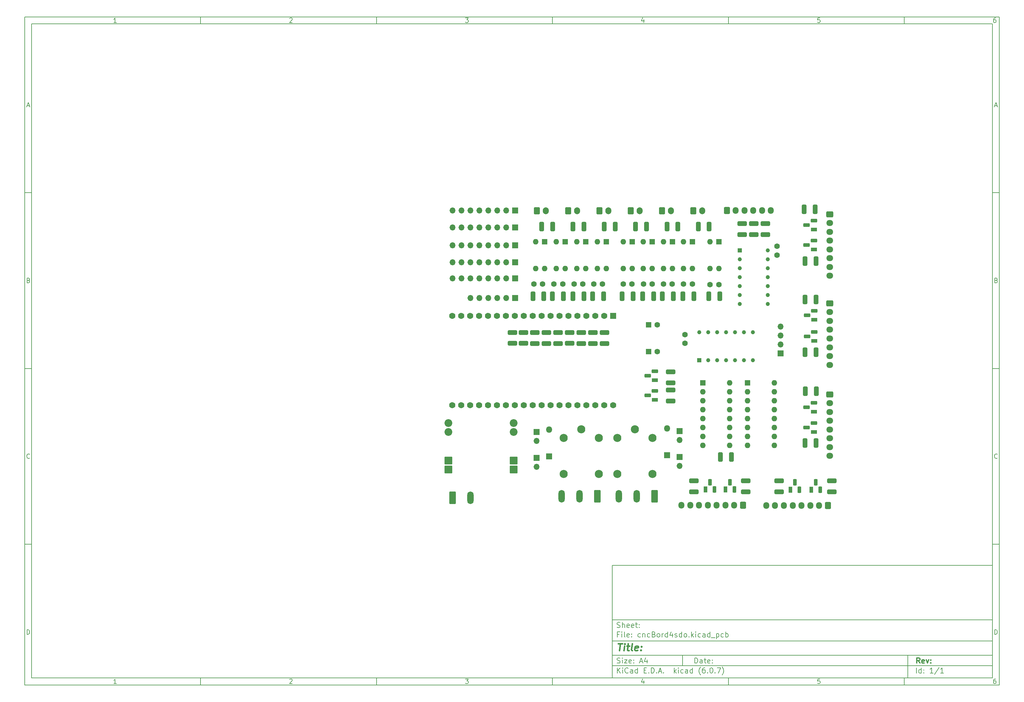
<source format=gts>
G04 #@! TF.GenerationSoftware,KiCad,Pcbnew,(6.0.7)*
G04 #@! TF.CreationDate,2022-11-13T23:24:52+01:00*
G04 #@! TF.ProjectId,cncBord4sdo,636e6342-6f72-4643-9473-646f2e6b6963,rev?*
G04 #@! TF.SameCoordinates,Original*
G04 #@! TF.FileFunction,Soldermask,Top*
G04 #@! TF.FilePolarity,Negative*
%FSLAX46Y46*%
G04 Gerber Fmt 4.6, Leading zero omitted, Abs format (unit mm)*
G04 Created by KiCad (PCBNEW (6.0.7)) date 2022-11-13 23:24:52*
%MOMM*%
%LPD*%
G01*
G04 APERTURE LIST*
G04 Aperture macros list*
%AMRoundRect*
0 Rectangle with rounded corners*
0 $1 Rounding radius*
0 $2 $3 $4 $5 $6 $7 $8 $9 X,Y pos of 4 corners*
0 Add a 4 corners polygon primitive as box body*
4,1,4,$2,$3,$4,$5,$6,$7,$8,$9,$2,$3,0*
0 Add four circle primitives for the rounded corners*
1,1,$1+$1,$2,$3*
1,1,$1+$1,$4,$5*
1,1,$1+$1,$6,$7*
1,1,$1+$1,$8,$9*
0 Add four rect primitives between the rounded corners*
20,1,$1+$1,$2,$3,$4,$5,0*
20,1,$1+$1,$4,$5,$6,$7,0*
20,1,$1+$1,$6,$7,$8,$9,0*
20,1,$1+$1,$8,$9,$2,$3,0*%
G04 Aperture macros list end*
%ADD10C,0.100000*%
%ADD11C,0.150000*%
%ADD12C,0.300000*%
%ADD13C,0.400000*%
%ADD14RoundRect,0.101600X-1.000000X-1.000000X1.000000X-1.000000X1.000000X1.000000X-1.000000X1.000000X0*%
%ADD15C,2.203200*%
%ADD16R,1.600000X1.600000*%
%ADD17C,1.600000*%
%ADD18R,1.800000X1.800000*%
%ADD19O,1.800000X1.800000*%
%ADD20RoundRect,0.250000X0.600000X0.725000X-0.600000X0.725000X-0.600000X-0.725000X0.600000X-0.725000X0*%
%ADD21O,1.700000X1.950000*%
%ADD22RoundRect,0.250000X-0.725000X0.600000X-0.725000X-0.600000X0.725000X-0.600000X0.725000X0.600000X0*%
%ADD23O,1.950000X1.700000*%
%ADD24R,1.700000X1.700000*%
%ADD25O,1.700000X1.700000*%
%ADD26RoundRect,0.250000X-0.650000X-1.550000X0.650000X-1.550000X0.650000X1.550000X-0.650000X1.550000X0*%
%ADD27O,1.800000X3.600000*%
%ADD28C,2.303200*%
%ADD29RoundRect,0.250000X0.650000X1.550000X-0.650000X1.550000X-0.650000X-1.550000X0.650000X-1.550000X0*%
%ADD30RoundRect,0.101600X-0.780000X0.780000X-0.780000X-0.780000X0.780000X-0.780000X0.780000X0.780000X0*%
%ADD31C,1.763200*%
%ADD32RoundRect,0.250000X-1.075000X0.400000X-1.075000X-0.400000X1.075000X-0.400000X1.075000X0.400000X0*%
%ADD33RoundRect,0.250000X-0.400000X-1.075000X0.400000X-1.075000X0.400000X1.075000X-0.400000X1.075000X0*%
%ADD34RoundRect,0.250000X1.075000X-0.400000X1.075000X0.400000X-1.075000X0.400000X-1.075000X-0.400000X0*%
%ADD35R,1.800000X1.100000*%
%ADD36RoundRect,0.275000X0.625000X-0.275000X0.625000X0.275000X-0.625000X0.275000X-0.625000X-0.275000X0*%
%ADD37O,1.600000X1.600000*%
%ADD38R,1.100000X1.800000*%
%ADD39RoundRect,0.275000X-0.275000X-0.625000X0.275000X-0.625000X0.275000X0.625000X-0.275000X0.625000X0*%
%ADD40RoundRect,0.250000X0.400000X1.075000X-0.400000X1.075000X-0.400000X-1.075000X0.400000X-1.075000X0*%
%ADD41R,1.170000X1.170000*%
%ADD42C,1.170000*%
%ADD43RoundRect,0.250000X-0.600000X-0.750000X0.600000X-0.750000X0.600000X0.750000X-0.600000X0.750000X0*%
%ADD44O,1.700000X2.000000*%
%ADD45RoundRect,0.250000X-0.600000X-0.725000X0.600000X-0.725000X0.600000X0.725000X-0.600000X0.725000X0*%
G04 APERTURE END LIST*
D10*
D11*
X177002200Y-166007200D02*
X177002200Y-198007200D01*
X285002200Y-198007200D01*
X285002200Y-166007200D01*
X177002200Y-166007200D01*
D10*
D11*
X10000000Y-10000000D02*
X10000000Y-200007200D01*
X287002200Y-200007200D01*
X287002200Y-10000000D01*
X10000000Y-10000000D01*
D10*
D11*
X12000000Y-12000000D02*
X12000000Y-198007200D01*
X285002200Y-198007200D01*
X285002200Y-12000000D01*
X12000000Y-12000000D01*
D10*
D11*
X60000000Y-12000000D02*
X60000000Y-10000000D01*
D10*
D11*
X110000000Y-12000000D02*
X110000000Y-10000000D01*
D10*
D11*
X160000000Y-12000000D02*
X160000000Y-10000000D01*
D10*
D11*
X210000000Y-12000000D02*
X210000000Y-10000000D01*
D10*
D11*
X260000000Y-12000000D02*
X260000000Y-10000000D01*
D10*
D11*
X36065476Y-11588095D02*
X35322619Y-11588095D01*
X35694047Y-11588095D02*
X35694047Y-10288095D01*
X35570238Y-10473809D01*
X35446428Y-10597619D01*
X35322619Y-10659523D01*
D10*
D11*
X85322619Y-10411904D02*
X85384523Y-10350000D01*
X85508333Y-10288095D01*
X85817857Y-10288095D01*
X85941666Y-10350000D01*
X86003571Y-10411904D01*
X86065476Y-10535714D01*
X86065476Y-10659523D01*
X86003571Y-10845238D01*
X85260714Y-11588095D01*
X86065476Y-11588095D01*
D10*
D11*
X135260714Y-10288095D02*
X136065476Y-10288095D01*
X135632142Y-10783333D01*
X135817857Y-10783333D01*
X135941666Y-10845238D01*
X136003571Y-10907142D01*
X136065476Y-11030952D01*
X136065476Y-11340476D01*
X136003571Y-11464285D01*
X135941666Y-11526190D01*
X135817857Y-11588095D01*
X135446428Y-11588095D01*
X135322619Y-11526190D01*
X135260714Y-11464285D01*
D10*
D11*
X185941666Y-10721428D02*
X185941666Y-11588095D01*
X185632142Y-10226190D02*
X185322619Y-11154761D01*
X186127380Y-11154761D01*
D10*
D11*
X236003571Y-10288095D02*
X235384523Y-10288095D01*
X235322619Y-10907142D01*
X235384523Y-10845238D01*
X235508333Y-10783333D01*
X235817857Y-10783333D01*
X235941666Y-10845238D01*
X236003571Y-10907142D01*
X236065476Y-11030952D01*
X236065476Y-11340476D01*
X236003571Y-11464285D01*
X235941666Y-11526190D01*
X235817857Y-11588095D01*
X235508333Y-11588095D01*
X235384523Y-11526190D01*
X235322619Y-11464285D01*
D10*
D11*
X285941666Y-10288095D02*
X285694047Y-10288095D01*
X285570238Y-10350000D01*
X285508333Y-10411904D01*
X285384523Y-10597619D01*
X285322619Y-10845238D01*
X285322619Y-11340476D01*
X285384523Y-11464285D01*
X285446428Y-11526190D01*
X285570238Y-11588095D01*
X285817857Y-11588095D01*
X285941666Y-11526190D01*
X286003571Y-11464285D01*
X286065476Y-11340476D01*
X286065476Y-11030952D01*
X286003571Y-10907142D01*
X285941666Y-10845238D01*
X285817857Y-10783333D01*
X285570238Y-10783333D01*
X285446428Y-10845238D01*
X285384523Y-10907142D01*
X285322619Y-11030952D01*
D10*
D11*
X60000000Y-198007200D02*
X60000000Y-200007200D01*
D10*
D11*
X110000000Y-198007200D02*
X110000000Y-200007200D01*
D10*
D11*
X160000000Y-198007200D02*
X160000000Y-200007200D01*
D10*
D11*
X210000000Y-198007200D02*
X210000000Y-200007200D01*
D10*
D11*
X260000000Y-198007200D02*
X260000000Y-200007200D01*
D10*
D11*
X36065476Y-199595295D02*
X35322619Y-199595295D01*
X35694047Y-199595295D02*
X35694047Y-198295295D01*
X35570238Y-198481009D01*
X35446428Y-198604819D01*
X35322619Y-198666723D01*
D10*
D11*
X85322619Y-198419104D02*
X85384523Y-198357200D01*
X85508333Y-198295295D01*
X85817857Y-198295295D01*
X85941666Y-198357200D01*
X86003571Y-198419104D01*
X86065476Y-198542914D01*
X86065476Y-198666723D01*
X86003571Y-198852438D01*
X85260714Y-199595295D01*
X86065476Y-199595295D01*
D10*
D11*
X135260714Y-198295295D02*
X136065476Y-198295295D01*
X135632142Y-198790533D01*
X135817857Y-198790533D01*
X135941666Y-198852438D01*
X136003571Y-198914342D01*
X136065476Y-199038152D01*
X136065476Y-199347676D01*
X136003571Y-199471485D01*
X135941666Y-199533390D01*
X135817857Y-199595295D01*
X135446428Y-199595295D01*
X135322619Y-199533390D01*
X135260714Y-199471485D01*
D10*
D11*
X185941666Y-198728628D02*
X185941666Y-199595295D01*
X185632142Y-198233390D02*
X185322619Y-199161961D01*
X186127380Y-199161961D01*
D10*
D11*
X236003571Y-198295295D02*
X235384523Y-198295295D01*
X235322619Y-198914342D01*
X235384523Y-198852438D01*
X235508333Y-198790533D01*
X235817857Y-198790533D01*
X235941666Y-198852438D01*
X236003571Y-198914342D01*
X236065476Y-199038152D01*
X236065476Y-199347676D01*
X236003571Y-199471485D01*
X235941666Y-199533390D01*
X235817857Y-199595295D01*
X235508333Y-199595295D01*
X235384523Y-199533390D01*
X235322619Y-199471485D01*
D10*
D11*
X285941666Y-198295295D02*
X285694047Y-198295295D01*
X285570238Y-198357200D01*
X285508333Y-198419104D01*
X285384523Y-198604819D01*
X285322619Y-198852438D01*
X285322619Y-199347676D01*
X285384523Y-199471485D01*
X285446428Y-199533390D01*
X285570238Y-199595295D01*
X285817857Y-199595295D01*
X285941666Y-199533390D01*
X286003571Y-199471485D01*
X286065476Y-199347676D01*
X286065476Y-199038152D01*
X286003571Y-198914342D01*
X285941666Y-198852438D01*
X285817857Y-198790533D01*
X285570238Y-198790533D01*
X285446428Y-198852438D01*
X285384523Y-198914342D01*
X285322619Y-199038152D01*
D10*
D11*
X10000000Y-60000000D02*
X12000000Y-60000000D01*
D10*
D11*
X10000000Y-110000000D02*
X12000000Y-110000000D01*
D10*
D11*
X10000000Y-160000000D02*
X12000000Y-160000000D01*
D10*
D11*
X10690476Y-35216666D02*
X11309523Y-35216666D01*
X10566666Y-35588095D02*
X11000000Y-34288095D01*
X11433333Y-35588095D01*
D10*
D11*
X11092857Y-84907142D02*
X11278571Y-84969047D01*
X11340476Y-85030952D01*
X11402380Y-85154761D01*
X11402380Y-85340476D01*
X11340476Y-85464285D01*
X11278571Y-85526190D01*
X11154761Y-85588095D01*
X10659523Y-85588095D01*
X10659523Y-84288095D01*
X11092857Y-84288095D01*
X11216666Y-84350000D01*
X11278571Y-84411904D01*
X11340476Y-84535714D01*
X11340476Y-84659523D01*
X11278571Y-84783333D01*
X11216666Y-84845238D01*
X11092857Y-84907142D01*
X10659523Y-84907142D01*
D10*
D11*
X11402380Y-135464285D02*
X11340476Y-135526190D01*
X11154761Y-135588095D01*
X11030952Y-135588095D01*
X10845238Y-135526190D01*
X10721428Y-135402380D01*
X10659523Y-135278571D01*
X10597619Y-135030952D01*
X10597619Y-134845238D01*
X10659523Y-134597619D01*
X10721428Y-134473809D01*
X10845238Y-134350000D01*
X11030952Y-134288095D01*
X11154761Y-134288095D01*
X11340476Y-134350000D01*
X11402380Y-134411904D01*
D10*
D11*
X10659523Y-185588095D02*
X10659523Y-184288095D01*
X10969047Y-184288095D01*
X11154761Y-184350000D01*
X11278571Y-184473809D01*
X11340476Y-184597619D01*
X11402380Y-184845238D01*
X11402380Y-185030952D01*
X11340476Y-185278571D01*
X11278571Y-185402380D01*
X11154761Y-185526190D01*
X10969047Y-185588095D01*
X10659523Y-185588095D01*
D10*
D11*
X287002200Y-60000000D02*
X285002200Y-60000000D01*
D10*
D11*
X287002200Y-110000000D02*
X285002200Y-110000000D01*
D10*
D11*
X287002200Y-160000000D02*
X285002200Y-160000000D01*
D10*
D11*
X285692676Y-35216666D02*
X286311723Y-35216666D01*
X285568866Y-35588095D02*
X286002200Y-34288095D01*
X286435533Y-35588095D01*
D10*
D11*
X286095057Y-84907142D02*
X286280771Y-84969047D01*
X286342676Y-85030952D01*
X286404580Y-85154761D01*
X286404580Y-85340476D01*
X286342676Y-85464285D01*
X286280771Y-85526190D01*
X286156961Y-85588095D01*
X285661723Y-85588095D01*
X285661723Y-84288095D01*
X286095057Y-84288095D01*
X286218866Y-84350000D01*
X286280771Y-84411904D01*
X286342676Y-84535714D01*
X286342676Y-84659523D01*
X286280771Y-84783333D01*
X286218866Y-84845238D01*
X286095057Y-84907142D01*
X285661723Y-84907142D01*
D10*
D11*
X286404580Y-135464285D02*
X286342676Y-135526190D01*
X286156961Y-135588095D01*
X286033152Y-135588095D01*
X285847438Y-135526190D01*
X285723628Y-135402380D01*
X285661723Y-135278571D01*
X285599819Y-135030952D01*
X285599819Y-134845238D01*
X285661723Y-134597619D01*
X285723628Y-134473809D01*
X285847438Y-134350000D01*
X286033152Y-134288095D01*
X286156961Y-134288095D01*
X286342676Y-134350000D01*
X286404580Y-134411904D01*
D10*
D11*
X285661723Y-185588095D02*
X285661723Y-184288095D01*
X285971247Y-184288095D01*
X286156961Y-184350000D01*
X286280771Y-184473809D01*
X286342676Y-184597619D01*
X286404580Y-184845238D01*
X286404580Y-185030952D01*
X286342676Y-185278571D01*
X286280771Y-185402380D01*
X286156961Y-185526190D01*
X285971247Y-185588095D01*
X285661723Y-185588095D01*
D10*
D11*
X200434342Y-193785771D02*
X200434342Y-192285771D01*
X200791485Y-192285771D01*
X201005771Y-192357200D01*
X201148628Y-192500057D01*
X201220057Y-192642914D01*
X201291485Y-192928628D01*
X201291485Y-193142914D01*
X201220057Y-193428628D01*
X201148628Y-193571485D01*
X201005771Y-193714342D01*
X200791485Y-193785771D01*
X200434342Y-193785771D01*
X202577200Y-193785771D02*
X202577200Y-193000057D01*
X202505771Y-192857200D01*
X202362914Y-192785771D01*
X202077200Y-192785771D01*
X201934342Y-192857200D01*
X202577200Y-193714342D02*
X202434342Y-193785771D01*
X202077200Y-193785771D01*
X201934342Y-193714342D01*
X201862914Y-193571485D01*
X201862914Y-193428628D01*
X201934342Y-193285771D01*
X202077200Y-193214342D01*
X202434342Y-193214342D01*
X202577200Y-193142914D01*
X203077200Y-192785771D02*
X203648628Y-192785771D01*
X203291485Y-192285771D02*
X203291485Y-193571485D01*
X203362914Y-193714342D01*
X203505771Y-193785771D01*
X203648628Y-193785771D01*
X204720057Y-193714342D02*
X204577200Y-193785771D01*
X204291485Y-193785771D01*
X204148628Y-193714342D01*
X204077200Y-193571485D01*
X204077200Y-193000057D01*
X204148628Y-192857200D01*
X204291485Y-192785771D01*
X204577200Y-192785771D01*
X204720057Y-192857200D01*
X204791485Y-193000057D01*
X204791485Y-193142914D01*
X204077200Y-193285771D01*
X205434342Y-193642914D02*
X205505771Y-193714342D01*
X205434342Y-193785771D01*
X205362914Y-193714342D01*
X205434342Y-193642914D01*
X205434342Y-193785771D01*
X205434342Y-192857200D02*
X205505771Y-192928628D01*
X205434342Y-193000057D01*
X205362914Y-192928628D01*
X205434342Y-192857200D01*
X205434342Y-193000057D01*
D10*
D11*
X177002200Y-194507200D02*
X285002200Y-194507200D01*
D10*
D11*
X178434342Y-196585771D02*
X178434342Y-195085771D01*
X179291485Y-196585771D02*
X178648628Y-195728628D01*
X179291485Y-195085771D02*
X178434342Y-195942914D01*
X179934342Y-196585771D02*
X179934342Y-195585771D01*
X179934342Y-195085771D02*
X179862914Y-195157200D01*
X179934342Y-195228628D01*
X180005771Y-195157200D01*
X179934342Y-195085771D01*
X179934342Y-195228628D01*
X181505771Y-196442914D02*
X181434342Y-196514342D01*
X181220057Y-196585771D01*
X181077200Y-196585771D01*
X180862914Y-196514342D01*
X180720057Y-196371485D01*
X180648628Y-196228628D01*
X180577200Y-195942914D01*
X180577200Y-195728628D01*
X180648628Y-195442914D01*
X180720057Y-195300057D01*
X180862914Y-195157200D01*
X181077200Y-195085771D01*
X181220057Y-195085771D01*
X181434342Y-195157200D01*
X181505771Y-195228628D01*
X182791485Y-196585771D02*
X182791485Y-195800057D01*
X182720057Y-195657200D01*
X182577200Y-195585771D01*
X182291485Y-195585771D01*
X182148628Y-195657200D01*
X182791485Y-196514342D02*
X182648628Y-196585771D01*
X182291485Y-196585771D01*
X182148628Y-196514342D01*
X182077200Y-196371485D01*
X182077200Y-196228628D01*
X182148628Y-196085771D01*
X182291485Y-196014342D01*
X182648628Y-196014342D01*
X182791485Y-195942914D01*
X184148628Y-196585771D02*
X184148628Y-195085771D01*
X184148628Y-196514342D02*
X184005771Y-196585771D01*
X183720057Y-196585771D01*
X183577200Y-196514342D01*
X183505771Y-196442914D01*
X183434342Y-196300057D01*
X183434342Y-195871485D01*
X183505771Y-195728628D01*
X183577200Y-195657200D01*
X183720057Y-195585771D01*
X184005771Y-195585771D01*
X184148628Y-195657200D01*
X186005771Y-195800057D02*
X186505771Y-195800057D01*
X186720057Y-196585771D02*
X186005771Y-196585771D01*
X186005771Y-195085771D01*
X186720057Y-195085771D01*
X187362914Y-196442914D02*
X187434342Y-196514342D01*
X187362914Y-196585771D01*
X187291485Y-196514342D01*
X187362914Y-196442914D01*
X187362914Y-196585771D01*
X188077200Y-196585771D02*
X188077200Y-195085771D01*
X188434342Y-195085771D01*
X188648628Y-195157200D01*
X188791485Y-195300057D01*
X188862914Y-195442914D01*
X188934342Y-195728628D01*
X188934342Y-195942914D01*
X188862914Y-196228628D01*
X188791485Y-196371485D01*
X188648628Y-196514342D01*
X188434342Y-196585771D01*
X188077200Y-196585771D01*
X189577200Y-196442914D02*
X189648628Y-196514342D01*
X189577200Y-196585771D01*
X189505771Y-196514342D01*
X189577200Y-196442914D01*
X189577200Y-196585771D01*
X190220057Y-196157200D02*
X190934342Y-196157200D01*
X190077200Y-196585771D02*
X190577200Y-195085771D01*
X191077200Y-196585771D01*
X191577200Y-196442914D02*
X191648628Y-196514342D01*
X191577200Y-196585771D01*
X191505771Y-196514342D01*
X191577200Y-196442914D01*
X191577200Y-196585771D01*
X194577200Y-196585771D02*
X194577200Y-195085771D01*
X194720057Y-196014342D02*
X195148628Y-196585771D01*
X195148628Y-195585771D02*
X194577200Y-196157200D01*
X195791485Y-196585771D02*
X195791485Y-195585771D01*
X195791485Y-195085771D02*
X195720057Y-195157200D01*
X195791485Y-195228628D01*
X195862914Y-195157200D01*
X195791485Y-195085771D01*
X195791485Y-195228628D01*
X197148628Y-196514342D02*
X197005771Y-196585771D01*
X196720057Y-196585771D01*
X196577200Y-196514342D01*
X196505771Y-196442914D01*
X196434342Y-196300057D01*
X196434342Y-195871485D01*
X196505771Y-195728628D01*
X196577200Y-195657200D01*
X196720057Y-195585771D01*
X197005771Y-195585771D01*
X197148628Y-195657200D01*
X198434342Y-196585771D02*
X198434342Y-195800057D01*
X198362914Y-195657200D01*
X198220057Y-195585771D01*
X197934342Y-195585771D01*
X197791485Y-195657200D01*
X198434342Y-196514342D02*
X198291485Y-196585771D01*
X197934342Y-196585771D01*
X197791485Y-196514342D01*
X197720057Y-196371485D01*
X197720057Y-196228628D01*
X197791485Y-196085771D01*
X197934342Y-196014342D01*
X198291485Y-196014342D01*
X198434342Y-195942914D01*
X199791485Y-196585771D02*
X199791485Y-195085771D01*
X199791485Y-196514342D02*
X199648628Y-196585771D01*
X199362914Y-196585771D01*
X199220057Y-196514342D01*
X199148628Y-196442914D01*
X199077200Y-196300057D01*
X199077200Y-195871485D01*
X199148628Y-195728628D01*
X199220057Y-195657200D01*
X199362914Y-195585771D01*
X199648628Y-195585771D01*
X199791485Y-195657200D01*
X202077200Y-197157200D02*
X202005771Y-197085771D01*
X201862914Y-196871485D01*
X201791485Y-196728628D01*
X201720057Y-196514342D01*
X201648628Y-196157200D01*
X201648628Y-195871485D01*
X201720057Y-195514342D01*
X201791485Y-195300057D01*
X201862914Y-195157200D01*
X202005771Y-194942914D01*
X202077200Y-194871485D01*
X203291485Y-195085771D02*
X203005771Y-195085771D01*
X202862914Y-195157200D01*
X202791485Y-195228628D01*
X202648628Y-195442914D01*
X202577200Y-195728628D01*
X202577200Y-196300057D01*
X202648628Y-196442914D01*
X202720057Y-196514342D01*
X202862914Y-196585771D01*
X203148628Y-196585771D01*
X203291485Y-196514342D01*
X203362914Y-196442914D01*
X203434342Y-196300057D01*
X203434342Y-195942914D01*
X203362914Y-195800057D01*
X203291485Y-195728628D01*
X203148628Y-195657200D01*
X202862914Y-195657200D01*
X202720057Y-195728628D01*
X202648628Y-195800057D01*
X202577200Y-195942914D01*
X204077200Y-196442914D02*
X204148628Y-196514342D01*
X204077200Y-196585771D01*
X204005771Y-196514342D01*
X204077200Y-196442914D01*
X204077200Y-196585771D01*
X205077200Y-195085771D02*
X205220057Y-195085771D01*
X205362914Y-195157200D01*
X205434342Y-195228628D01*
X205505771Y-195371485D01*
X205577200Y-195657200D01*
X205577200Y-196014342D01*
X205505771Y-196300057D01*
X205434342Y-196442914D01*
X205362914Y-196514342D01*
X205220057Y-196585771D01*
X205077200Y-196585771D01*
X204934342Y-196514342D01*
X204862914Y-196442914D01*
X204791485Y-196300057D01*
X204720057Y-196014342D01*
X204720057Y-195657200D01*
X204791485Y-195371485D01*
X204862914Y-195228628D01*
X204934342Y-195157200D01*
X205077200Y-195085771D01*
X206220057Y-196442914D02*
X206291485Y-196514342D01*
X206220057Y-196585771D01*
X206148628Y-196514342D01*
X206220057Y-196442914D01*
X206220057Y-196585771D01*
X206791485Y-195085771D02*
X207791485Y-195085771D01*
X207148628Y-196585771D01*
X208220057Y-197157200D02*
X208291485Y-197085771D01*
X208434342Y-196871485D01*
X208505771Y-196728628D01*
X208577200Y-196514342D01*
X208648628Y-196157200D01*
X208648628Y-195871485D01*
X208577200Y-195514342D01*
X208505771Y-195300057D01*
X208434342Y-195157200D01*
X208291485Y-194942914D01*
X208220057Y-194871485D01*
D10*
D11*
X177002200Y-191507200D02*
X285002200Y-191507200D01*
D10*
D12*
X264411485Y-193785771D02*
X263911485Y-193071485D01*
X263554342Y-193785771D02*
X263554342Y-192285771D01*
X264125771Y-192285771D01*
X264268628Y-192357200D01*
X264340057Y-192428628D01*
X264411485Y-192571485D01*
X264411485Y-192785771D01*
X264340057Y-192928628D01*
X264268628Y-193000057D01*
X264125771Y-193071485D01*
X263554342Y-193071485D01*
X265625771Y-193714342D02*
X265482914Y-193785771D01*
X265197200Y-193785771D01*
X265054342Y-193714342D01*
X264982914Y-193571485D01*
X264982914Y-193000057D01*
X265054342Y-192857200D01*
X265197200Y-192785771D01*
X265482914Y-192785771D01*
X265625771Y-192857200D01*
X265697200Y-193000057D01*
X265697200Y-193142914D01*
X264982914Y-193285771D01*
X266197200Y-192785771D02*
X266554342Y-193785771D01*
X266911485Y-192785771D01*
X267482914Y-193642914D02*
X267554342Y-193714342D01*
X267482914Y-193785771D01*
X267411485Y-193714342D01*
X267482914Y-193642914D01*
X267482914Y-193785771D01*
X267482914Y-192857200D02*
X267554342Y-192928628D01*
X267482914Y-193000057D01*
X267411485Y-192928628D01*
X267482914Y-192857200D01*
X267482914Y-193000057D01*
D10*
D11*
X178362914Y-193714342D02*
X178577200Y-193785771D01*
X178934342Y-193785771D01*
X179077200Y-193714342D01*
X179148628Y-193642914D01*
X179220057Y-193500057D01*
X179220057Y-193357200D01*
X179148628Y-193214342D01*
X179077200Y-193142914D01*
X178934342Y-193071485D01*
X178648628Y-193000057D01*
X178505771Y-192928628D01*
X178434342Y-192857200D01*
X178362914Y-192714342D01*
X178362914Y-192571485D01*
X178434342Y-192428628D01*
X178505771Y-192357200D01*
X178648628Y-192285771D01*
X179005771Y-192285771D01*
X179220057Y-192357200D01*
X179862914Y-193785771D02*
X179862914Y-192785771D01*
X179862914Y-192285771D02*
X179791485Y-192357200D01*
X179862914Y-192428628D01*
X179934342Y-192357200D01*
X179862914Y-192285771D01*
X179862914Y-192428628D01*
X180434342Y-192785771D02*
X181220057Y-192785771D01*
X180434342Y-193785771D01*
X181220057Y-193785771D01*
X182362914Y-193714342D02*
X182220057Y-193785771D01*
X181934342Y-193785771D01*
X181791485Y-193714342D01*
X181720057Y-193571485D01*
X181720057Y-193000057D01*
X181791485Y-192857200D01*
X181934342Y-192785771D01*
X182220057Y-192785771D01*
X182362914Y-192857200D01*
X182434342Y-193000057D01*
X182434342Y-193142914D01*
X181720057Y-193285771D01*
X183077200Y-193642914D02*
X183148628Y-193714342D01*
X183077200Y-193785771D01*
X183005771Y-193714342D01*
X183077200Y-193642914D01*
X183077200Y-193785771D01*
X183077200Y-192857200D02*
X183148628Y-192928628D01*
X183077200Y-193000057D01*
X183005771Y-192928628D01*
X183077200Y-192857200D01*
X183077200Y-193000057D01*
X184862914Y-193357200D02*
X185577200Y-193357200D01*
X184720057Y-193785771D02*
X185220057Y-192285771D01*
X185720057Y-193785771D01*
X186862914Y-192785771D02*
X186862914Y-193785771D01*
X186505771Y-192214342D02*
X186148628Y-193285771D01*
X187077200Y-193285771D01*
D10*
D11*
X263434342Y-196585771D02*
X263434342Y-195085771D01*
X264791485Y-196585771D02*
X264791485Y-195085771D01*
X264791485Y-196514342D02*
X264648628Y-196585771D01*
X264362914Y-196585771D01*
X264220057Y-196514342D01*
X264148628Y-196442914D01*
X264077200Y-196300057D01*
X264077200Y-195871485D01*
X264148628Y-195728628D01*
X264220057Y-195657200D01*
X264362914Y-195585771D01*
X264648628Y-195585771D01*
X264791485Y-195657200D01*
X265505771Y-196442914D02*
X265577200Y-196514342D01*
X265505771Y-196585771D01*
X265434342Y-196514342D01*
X265505771Y-196442914D01*
X265505771Y-196585771D01*
X265505771Y-195657200D02*
X265577200Y-195728628D01*
X265505771Y-195800057D01*
X265434342Y-195728628D01*
X265505771Y-195657200D01*
X265505771Y-195800057D01*
X268148628Y-196585771D02*
X267291485Y-196585771D01*
X267720057Y-196585771D02*
X267720057Y-195085771D01*
X267577200Y-195300057D01*
X267434342Y-195442914D01*
X267291485Y-195514342D01*
X269862914Y-195014342D02*
X268577200Y-196942914D01*
X271148628Y-196585771D02*
X270291485Y-196585771D01*
X270720057Y-196585771D02*
X270720057Y-195085771D01*
X270577200Y-195300057D01*
X270434342Y-195442914D01*
X270291485Y-195514342D01*
D10*
D11*
X177002200Y-187507200D02*
X285002200Y-187507200D01*
D10*
D13*
X178714580Y-188211961D02*
X179857438Y-188211961D01*
X179036009Y-190211961D02*
X179286009Y-188211961D01*
X180274104Y-190211961D02*
X180440771Y-188878628D01*
X180524104Y-188211961D02*
X180416961Y-188307200D01*
X180500295Y-188402438D01*
X180607438Y-188307200D01*
X180524104Y-188211961D01*
X180500295Y-188402438D01*
X181107438Y-188878628D02*
X181869342Y-188878628D01*
X181476485Y-188211961D02*
X181262200Y-189926247D01*
X181333628Y-190116723D01*
X181512200Y-190211961D01*
X181702676Y-190211961D01*
X182655057Y-190211961D02*
X182476485Y-190116723D01*
X182405057Y-189926247D01*
X182619342Y-188211961D01*
X184190771Y-190116723D02*
X183988390Y-190211961D01*
X183607438Y-190211961D01*
X183428866Y-190116723D01*
X183357438Y-189926247D01*
X183452676Y-189164342D01*
X183571723Y-188973866D01*
X183774104Y-188878628D01*
X184155057Y-188878628D01*
X184333628Y-188973866D01*
X184405057Y-189164342D01*
X184381247Y-189354819D01*
X183405057Y-189545295D01*
X185155057Y-190021485D02*
X185238390Y-190116723D01*
X185131247Y-190211961D01*
X185047914Y-190116723D01*
X185155057Y-190021485D01*
X185131247Y-190211961D01*
X185286009Y-188973866D02*
X185369342Y-189069104D01*
X185262200Y-189164342D01*
X185178866Y-189069104D01*
X185286009Y-188973866D01*
X185262200Y-189164342D01*
D10*
D11*
X178934342Y-185600057D02*
X178434342Y-185600057D01*
X178434342Y-186385771D02*
X178434342Y-184885771D01*
X179148628Y-184885771D01*
X179720057Y-186385771D02*
X179720057Y-185385771D01*
X179720057Y-184885771D02*
X179648628Y-184957200D01*
X179720057Y-185028628D01*
X179791485Y-184957200D01*
X179720057Y-184885771D01*
X179720057Y-185028628D01*
X180648628Y-186385771D02*
X180505771Y-186314342D01*
X180434342Y-186171485D01*
X180434342Y-184885771D01*
X181791485Y-186314342D02*
X181648628Y-186385771D01*
X181362914Y-186385771D01*
X181220057Y-186314342D01*
X181148628Y-186171485D01*
X181148628Y-185600057D01*
X181220057Y-185457200D01*
X181362914Y-185385771D01*
X181648628Y-185385771D01*
X181791485Y-185457200D01*
X181862914Y-185600057D01*
X181862914Y-185742914D01*
X181148628Y-185885771D01*
X182505771Y-186242914D02*
X182577200Y-186314342D01*
X182505771Y-186385771D01*
X182434342Y-186314342D01*
X182505771Y-186242914D01*
X182505771Y-186385771D01*
X182505771Y-185457200D02*
X182577200Y-185528628D01*
X182505771Y-185600057D01*
X182434342Y-185528628D01*
X182505771Y-185457200D01*
X182505771Y-185600057D01*
X185005771Y-186314342D02*
X184862914Y-186385771D01*
X184577200Y-186385771D01*
X184434342Y-186314342D01*
X184362914Y-186242914D01*
X184291485Y-186100057D01*
X184291485Y-185671485D01*
X184362914Y-185528628D01*
X184434342Y-185457200D01*
X184577200Y-185385771D01*
X184862914Y-185385771D01*
X185005771Y-185457200D01*
X185648628Y-185385771D02*
X185648628Y-186385771D01*
X185648628Y-185528628D02*
X185720057Y-185457200D01*
X185862914Y-185385771D01*
X186077200Y-185385771D01*
X186220057Y-185457200D01*
X186291485Y-185600057D01*
X186291485Y-186385771D01*
X187648628Y-186314342D02*
X187505771Y-186385771D01*
X187220057Y-186385771D01*
X187077200Y-186314342D01*
X187005771Y-186242914D01*
X186934342Y-186100057D01*
X186934342Y-185671485D01*
X187005771Y-185528628D01*
X187077200Y-185457200D01*
X187220057Y-185385771D01*
X187505771Y-185385771D01*
X187648628Y-185457200D01*
X188791485Y-185600057D02*
X189005771Y-185671485D01*
X189077200Y-185742914D01*
X189148628Y-185885771D01*
X189148628Y-186100057D01*
X189077200Y-186242914D01*
X189005771Y-186314342D01*
X188862914Y-186385771D01*
X188291485Y-186385771D01*
X188291485Y-184885771D01*
X188791485Y-184885771D01*
X188934342Y-184957200D01*
X189005771Y-185028628D01*
X189077200Y-185171485D01*
X189077200Y-185314342D01*
X189005771Y-185457200D01*
X188934342Y-185528628D01*
X188791485Y-185600057D01*
X188291485Y-185600057D01*
X190005771Y-186385771D02*
X189862914Y-186314342D01*
X189791485Y-186242914D01*
X189720057Y-186100057D01*
X189720057Y-185671485D01*
X189791485Y-185528628D01*
X189862914Y-185457200D01*
X190005771Y-185385771D01*
X190220057Y-185385771D01*
X190362914Y-185457200D01*
X190434342Y-185528628D01*
X190505771Y-185671485D01*
X190505771Y-186100057D01*
X190434342Y-186242914D01*
X190362914Y-186314342D01*
X190220057Y-186385771D01*
X190005771Y-186385771D01*
X191148628Y-186385771D02*
X191148628Y-185385771D01*
X191148628Y-185671485D02*
X191220057Y-185528628D01*
X191291485Y-185457200D01*
X191434342Y-185385771D01*
X191577200Y-185385771D01*
X192720057Y-186385771D02*
X192720057Y-184885771D01*
X192720057Y-186314342D02*
X192577200Y-186385771D01*
X192291485Y-186385771D01*
X192148628Y-186314342D01*
X192077200Y-186242914D01*
X192005771Y-186100057D01*
X192005771Y-185671485D01*
X192077200Y-185528628D01*
X192148628Y-185457200D01*
X192291485Y-185385771D01*
X192577200Y-185385771D01*
X192720057Y-185457200D01*
X194077200Y-185385771D02*
X194077200Y-186385771D01*
X193720057Y-184814342D02*
X193362914Y-185885771D01*
X194291485Y-185885771D01*
X194791485Y-186314342D02*
X194934342Y-186385771D01*
X195220057Y-186385771D01*
X195362914Y-186314342D01*
X195434342Y-186171485D01*
X195434342Y-186100057D01*
X195362914Y-185957200D01*
X195220057Y-185885771D01*
X195005771Y-185885771D01*
X194862914Y-185814342D01*
X194791485Y-185671485D01*
X194791485Y-185600057D01*
X194862914Y-185457200D01*
X195005771Y-185385771D01*
X195220057Y-185385771D01*
X195362914Y-185457200D01*
X196720057Y-186385771D02*
X196720057Y-184885771D01*
X196720057Y-186314342D02*
X196577200Y-186385771D01*
X196291485Y-186385771D01*
X196148628Y-186314342D01*
X196077200Y-186242914D01*
X196005771Y-186100057D01*
X196005771Y-185671485D01*
X196077200Y-185528628D01*
X196148628Y-185457200D01*
X196291485Y-185385771D01*
X196577200Y-185385771D01*
X196720057Y-185457200D01*
X197648628Y-186385771D02*
X197505771Y-186314342D01*
X197434342Y-186242914D01*
X197362914Y-186100057D01*
X197362914Y-185671485D01*
X197434342Y-185528628D01*
X197505771Y-185457200D01*
X197648628Y-185385771D01*
X197862914Y-185385771D01*
X198005771Y-185457200D01*
X198077200Y-185528628D01*
X198148628Y-185671485D01*
X198148628Y-186100057D01*
X198077200Y-186242914D01*
X198005771Y-186314342D01*
X197862914Y-186385771D01*
X197648628Y-186385771D01*
X198791485Y-186242914D02*
X198862914Y-186314342D01*
X198791485Y-186385771D01*
X198720057Y-186314342D01*
X198791485Y-186242914D01*
X198791485Y-186385771D01*
X199505771Y-186385771D02*
X199505771Y-184885771D01*
X199648628Y-185814342D02*
X200077200Y-186385771D01*
X200077200Y-185385771D02*
X199505771Y-185957200D01*
X200720057Y-186385771D02*
X200720057Y-185385771D01*
X200720057Y-184885771D02*
X200648628Y-184957200D01*
X200720057Y-185028628D01*
X200791485Y-184957200D01*
X200720057Y-184885771D01*
X200720057Y-185028628D01*
X202077200Y-186314342D02*
X201934342Y-186385771D01*
X201648628Y-186385771D01*
X201505771Y-186314342D01*
X201434342Y-186242914D01*
X201362914Y-186100057D01*
X201362914Y-185671485D01*
X201434342Y-185528628D01*
X201505771Y-185457200D01*
X201648628Y-185385771D01*
X201934342Y-185385771D01*
X202077200Y-185457200D01*
X203362914Y-186385771D02*
X203362914Y-185600057D01*
X203291485Y-185457200D01*
X203148628Y-185385771D01*
X202862914Y-185385771D01*
X202720057Y-185457200D01*
X203362914Y-186314342D02*
X203220057Y-186385771D01*
X202862914Y-186385771D01*
X202720057Y-186314342D01*
X202648628Y-186171485D01*
X202648628Y-186028628D01*
X202720057Y-185885771D01*
X202862914Y-185814342D01*
X203220057Y-185814342D01*
X203362914Y-185742914D01*
X204720057Y-186385771D02*
X204720057Y-184885771D01*
X204720057Y-186314342D02*
X204577200Y-186385771D01*
X204291485Y-186385771D01*
X204148628Y-186314342D01*
X204077200Y-186242914D01*
X204005771Y-186100057D01*
X204005771Y-185671485D01*
X204077200Y-185528628D01*
X204148628Y-185457200D01*
X204291485Y-185385771D01*
X204577200Y-185385771D01*
X204720057Y-185457200D01*
X205077200Y-186528628D02*
X206220057Y-186528628D01*
X206577200Y-185385771D02*
X206577200Y-186885771D01*
X206577200Y-185457200D02*
X206720057Y-185385771D01*
X207005771Y-185385771D01*
X207148628Y-185457200D01*
X207220057Y-185528628D01*
X207291485Y-185671485D01*
X207291485Y-186100057D01*
X207220057Y-186242914D01*
X207148628Y-186314342D01*
X207005771Y-186385771D01*
X206720057Y-186385771D01*
X206577200Y-186314342D01*
X208577200Y-186314342D02*
X208434342Y-186385771D01*
X208148628Y-186385771D01*
X208005771Y-186314342D01*
X207934342Y-186242914D01*
X207862914Y-186100057D01*
X207862914Y-185671485D01*
X207934342Y-185528628D01*
X208005771Y-185457200D01*
X208148628Y-185385771D01*
X208434342Y-185385771D01*
X208577200Y-185457200D01*
X209220057Y-186385771D02*
X209220057Y-184885771D01*
X209220057Y-185457200D02*
X209362914Y-185385771D01*
X209648628Y-185385771D01*
X209791485Y-185457200D01*
X209862914Y-185528628D01*
X209934342Y-185671485D01*
X209934342Y-186100057D01*
X209862914Y-186242914D01*
X209791485Y-186314342D01*
X209648628Y-186385771D01*
X209362914Y-186385771D01*
X209220057Y-186314342D01*
D10*
D11*
X177002200Y-181507200D02*
X285002200Y-181507200D01*
D10*
D11*
X178362914Y-183614342D02*
X178577200Y-183685771D01*
X178934342Y-183685771D01*
X179077200Y-183614342D01*
X179148628Y-183542914D01*
X179220057Y-183400057D01*
X179220057Y-183257200D01*
X179148628Y-183114342D01*
X179077200Y-183042914D01*
X178934342Y-182971485D01*
X178648628Y-182900057D01*
X178505771Y-182828628D01*
X178434342Y-182757200D01*
X178362914Y-182614342D01*
X178362914Y-182471485D01*
X178434342Y-182328628D01*
X178505771Y-182257200D01*
X178648628Y-182185771D01*
X179005771Y-182185771D01*
X179220057Y-182257200D01*
X179862914Y-183685771D02*
X179862914Y-182185771D01*
X180505771Y-183685771D02*
X180505771Y-182900057D01*
X180434342Y-182757200D01*
X180291485Y-182685771D01*
X180077200Y-182685771D01*
X179934342Y-182757200D01*
X179862914Y-182828628D01*
X181791485Y-183614342D02*
X181648628Y-183685771D01*
X181362914Y-183685771D01*
X181220057Y-183614342D01*
X181148628Y-183471485D01*
X181148628Y-182900057D01*
X181220057Y-182757200D01*
X181362914Y-182685771D01*
X181648628Y-182685771D01*
X181791485Y-182757200D01*
X181862914Y-182900057D01*
X181862914Y-183042914D01*
X181148628Y-183185771D01*
X183077200Y-183614342D02*
X182934342Y-183685771D01*
X182648628Y-183685771D01*
X182505771Y-183614342D01*
X182434342Y-183471485D01*
X182434342Y-182900057D01*
X182505771Y-182757200D01*
X182648628Y-182685771D01*
X182934342Y-182685771D01*
X183077200Y-182757200D01*
X183148628Y-182900057D01*
X183148628Y-183042914D01*
X182434342Y-183185771D01*
X183577200Y-182685771D02*
X184148628Y-182685771D01*
X183791485Y-182185771D02*
X183791485Y-183471485D01*
X183862914Y-183614342D01*
X184005771Y-183685771D01*
X184148628Y-183685771D01*
X184648628Y-183542914D02*
X184720057Y-183614342D01*
X184648628Y-183685771D01*
X184577200Y-183614342D01*
X184648628Y-183542914D01*
X184648628Y-183685771D01*
X184648628Y-182757200D02*
X184720057Y-182828628D01*
X184648628Y-182900057D01*
X184577200Y-182828628D01*
X184648628Y-182757200D01*
X184648628Y-182900057D01*
D10*
D12*
D10*
D11*
D10*
D11*
D10*
D11*
D10*
D11*
D10*
D11*
X197002200Y-191507200D02*
X197002200Y-194507200D01*
D10*
D11*
X261002200Y-191507200D02*
X261002200Y-198007200D01*
D14*
X130429000Y-136144000D03*
X130429000Y-138684000D03*
D15*
X130429000Y-125476000D03*
X130429000Y-128016000D03*
D14*
X148971000Y-136144000D03*
X148971000Y-138684000D03*
D15*
X148971000Y-125476000D03*
X148971000Y-128016000D03*
D16*
X187285600Y-97562000D03*
D17*
X189785600Y-97562000D03*
D16*
X187285600Y-105156000D03*
D17*
X189785600Y-105156000D03*
D18*
X159004000Y-135001000D03*
D19*
X159004000Y-127381000D03*
D18*
X192532000Y-134620000D03*
D19*
X192532000Y-127000000D03*
D20*
X238252000Y-148916000D03*
D21*
X235752000Y-148916000D03*
X233252000Y-148916000D03*
X230752000Y-148916000D03*
X228252000Y-148916000D03*
X225752000Y-148916000D03*
X223252000Y-148916000D03*
X220752000Y-148916000D03*
D22*
X238760000Y-117348000D03*
D23*
X238760000Y-119848000D03*
X238760000Y-122348000D03*
X238760000Y-124848000D03*
X238760000Y-127348000D03*
X238760000Y-129848000D03*
X238760000Y-132348000D03*
X238760000Y-134848000D03*
D22*
X238760000Y-91460000D03*
D23*
X238760000Y-93960000D03*
X238760000Y-96460000D03*
X238760000Y-98960000D03*
X238760000Y-101460000D03*
X238760000Y-103960000D03*
X238760000Y-106460000D03*
X238760000Y-108960000D03*
D22*
X238760000Y-66120000D03*
D23*
X238760000Y-68620000D03*
X238760000Y-71120000D03*
X238760000Y-73620000D03*
X238760000Y-76120000D03*
X238760000Y-78620000D03*
X238760000Y-81120000D03*
X238760000Y-83620000D03*
D20*
X214149000Y-148902000D03*
D21*
X211649000Y-148902000D03*
X209149000Y-148902000D03*
X206649000Y-148902000D03*
X204149000Y-148902000D03*
X201649000Y-148902000D03*
X199149000Y-148902000D03*
X196649000Y-148902000D03*
D24*
X155448000Y-128011000D03*
D25*
X155448000Y-130551000D03*
D24*
X155448000Y-135377000D03*
D25*
X155448000Y-137917000D03*
D24*
X196088000Y-127757000D03*
D25*
X196088000Y-130297000D03*
D24*
X196088000Y-135123000D03*
D25*
X196088000Y-137663000D03*
D24*
X149352000Y-84328000D03*
D25*
X146812000Y-84328000D03*
X144272000Y-84328000D03*
X141732000Y-84328000D03*
X139192000Y-84328000D03*
X136652000Y-84328000D03*
X134112000Y-84328000D03*
X131572000Y-84328000D03*
D24*
X149352000Y-65024000D03*
D25*
X146812000Y-65024000D03*
X144272000Y-65024000D03*
X141732000Y-65024000D03*
X139192000Y-65024000D03*
X136652000Y-65024000D03*
X134112000Y-65024000D03*
X131572000Y-65024000D03*
D24*
X149367000Y-74930000D03*
D25*
X146827000Y-74930000D03*
X144287000Y-74930000D03*
X141747000Y-74930000D03*
X139207000Y-74930000D03*
X136667000Y-74930000D03*
X134127000Y-74930000D03*
X131587000Y-74930000D03*
D24*
X149352000Y-69850000D03*
D25*
X146812000Y-69850000D03*
X144272000Y-69850000D03*
X141732000Y-69850000D03*
X139192000Y-69850000D03*
X136652000Y-69850000D03*
X134112000Y-69850000D03*
X131572000Y-69850000D03*
D24*
X149352000Y-89916000D03*
D25*
X146812000Y-89916000D03*
X144272000Y-89916000D03*
X141732000Y-89916000D03*
X139192000Y-89916000D03*
X136652000Y-89916000D03*
D26*
X131572000Y-146792500D03*
D27*
X136652000Y-146792500D03*
D28*
X163148000Y-129754000D03*
X163148000Y-139954000D03*
X173148000Y-139954000D03*
X173148000Y-129754000D03*
X168148000Y-127254000D03*
X178388000Y-129754000D03*
X178388000Y-139954000D03*
X188388000Y-139954000D03*
X188388000Y-129754000D03*
X183388000Y-127254000D03*
D29*
X172720000Y-146304000D03*
D27*
X167640000Y-146304000D03*
X162560000Y-146304000D03*
D29*
X188982500Y-146304000D03*
D27*
X183902500Y-146304000D03*
X178822500Y-146304000D03*
D30*
X177240000Y-95022000D03*
D31*
X174700000Y-95022000D03*
X172160000Y-95022000D03*
X169620000Y-95022000D03*
X167080000Y-95022000D03*
X164540000Y-95022000D03*
X162000000Y-95022000D03*
X159460000Y-95022000D03*
X156920000Y-95022000D03*
X154380000Y-95022000D03*
X151840000Y-95022000D03*
X149300000Y-95022000D03*
X146760000Y-95022000D03*
X144220000Y-95022000D03*
X141680000Y-95022000D03*
X139140000Y-95022000D03*
X136600000Y-95022000D03*
X134060000Y-95022000D03*
X131520000Y-95022000D03*
X177240000Y-120422000D03*
X174700000Y-120422000D03*
X172160000Y-120422000D03*
X169620000Y-120422000D03*
X167080000Y-120422000D03*
X164540000Y-120422000D03*
X162000000Y-120422000D03*
X159460000Y-120422000D03*
X156920000Y-120422000D03*
X154380000Y-120422000D03*
X151840000Y-120422000D03*
X149300000Y-120422000D03*
X146760000Y-120422000D03*
X144220000Y-120422000D03*
X141680000Y-120422000D03*
X139140000Y-120422000D03*
X136600000Y-120422000D03*
X134060000Y-120422000D03*
X131520000Y-120422000D03*
D32*
X239368000Y-141960000D03*
X239368000Y-145060000D03*
X224382000Y-141960000D03*
X224382000Y-145060000D03*
D33*
X231804000Y-90344000D03*
X234904000Y-90344000D03*
X231804000Y-105330000D03*
X234904000Y-105330000D03*
X231550000Y-64750000D03*
X234650000Y-64750000D03*
X231804000Y-79482000D03*
X234904000Y-79482000D03*
D34*
X193548000Y-119204000D03*
X193548000Y-116104000D03*
X193548000Y-114072000D03*
X193548000Y-110972000D03*
D33*
X231856000Y-116486000D03*
X234956000Y-116486000D03*
X231804000Y-131218000D03*
X234904000Y-131218000D03*
D35*
X234415000Y-96165000D03*
D36*
X232345000Y-94895000D03*
X234415000Y-93625000D03*
D34*
X220472000Y-71882000D03*
X220472000Y-68782000D03*
D17*
X191526000Y-85989000D03*
X194026000Y-85989000D03*
D32*
X174752000Y-99796000D03*
X174752000Y-102896000D03*
D16*
X188351000Y-73924000D03*
D37*
X185811000Y-73924000D03*
X185811000Y-81544000D03*
X188351000Y-81544000D03*
D33*
X165810000Y-69596000D03*
X168910000Y-69596000D03*
D38*
X227651000Y-144444000D03*
D39*
X228921000Y-142374000D03*
X230191000Y-144444000D03*
D32*
X164846000Y-99744000D03*
X164846000Y-102844000D03*
D35*
X234300000Y-76180000D03*
D36*
X232230000Y-74910000D03*
X234300000Y-73640000D03*
D40*
X182880000Y-89398000D03*
X179780000Y-89398000D03*
D16*
X194066000Y-73924000D03*
D37*
X191526000Y-73924000D03*
X191526000Y-81544000D03*
X194066000Y-81544000D03*
D33*
X207720000Y-135128000D03*
X210820000Y-135128000D03*
D16*
X169418000Y-73914000D03*
D37*
X166878000Y-73914000D03*
X166878000Y-81534000D03*
X169418000Y-81534000D03*
D17*
X154686000Y-85979000D03*
X157186000Y-85979000D03*
D16*
X157734000Y-73914000D03*
D37*
X155194000Y-73914000D03*
X155194000Y-81534000D03*
X157734000Y-81534000D03*
D16*
X163576000Y-73914000D03*
D37*
X161036000Y-73914000D03*
X161036000Y-81534000D03*
X163576000Y-81534000D03*
D38*
X233526000Y-144444000D03*
D39*
X234796000Y-142374000D03*
X236066000Y-144444000D03*
D38*
X203454000Y-144418000D03*
D39*
X204724000Y-142348000D03*
X205994000Y-144418000D03*
D17*
X171724000Y-85979000D03*
X174224000Y-85979000D03*
D32*
X154940000Y-99796000D03*
X154940000Y-102896000D03*
D40*
X207518000Y-89398000D03*
X204418000Y-89398000D03*
D33*
X156920000Y-69596000D03*
X160020000Y-69596000D03*
D17*
X197261000Y-85989000D03*
X199761000Y-85989000D03*
D35*
X234415000Y-102155000D03*
D36*
X232345000Y-100885000D03*
X234415000Y-99615000D03*
D33*
X154432000Y-89398000D03*
X157532000Y-89398000D03*
D40*
X168910000Y-89398000D03*
X165810000Y-89398000D03*
D16*
X182631000Y-73914000D03*
D37*
X180091000Y-73914000D03*
X180091000Y-81534000D03*
X182631000Y-81534000D03*
D32*
X214884000Y-141934000D03*
X214884000Y-145034000D03*
D16*
X215392000Y-114046000D03*
D37*
X215392000Y-116586000D03*
X215392000Y-119126000D03*
X215392000Y-121666000D03*
X215392000Y-124206000D03*
X215392000Y-126746000D03*
X215392000Y-129286000D03*
X215392000Y-131826000D03*
X223012000Y-131826000D03*
X223012000Y-129286000D03*
X223012000Y-126746000D03*
X223012000Y-124206000D03*
X223012000Y-121666000D03*
X223012000Y-119126000D03*
X223012000Y-116586000D03*
X223012000Y-114046000D03*
D17*
X160406000Y-85979000D03*
X162906000Y-85979000D03*
D16*
X202692000Y-114046000D03*
D37*
X202692000Y-116586000D03*
X202692000Y-119126000D03*
X202692000Y-121666000D03*
X202692000Y-124206000D03*
X202692000Y-126746000D03*
X202692000Y-129286000D03*
X202692000Y-131826000D03*
X210312000Y-131826000D03*
X210312000Y-129286000D03*
X210312000Y-126746000D03*
X210312000Y-124206000D03*
X210312000Y-121666000D03*
X210312000Y-119126000D03*
X210312000Y-116586000D03*
X210312000Y-114046000D03*
D35*
X234288000Y-122328000D03*
D36*
X232218000Y-121058000D03*
X234288000Y-119788000D03*
D32*
X168148000Y-99796000D03*
X168148000Y-102896000D03*
D24*
X149367000Y-79756000D03*
D25*
X146827000Y-79756000D03*
X144287000Y-79756000D03*
X141747000Y-79756000D03*
X139207000Y-79756000D03*
X136667000Y-79756000D03*
X134127000Y-79756000D03*
X131587000Y-79756000D03*
D35*
X234288000Y-128043000D03*
D36*
X232218000Y-126773000D03*
X234288000Y-125503000D03*
D32*
X151765000Y-99744000D03*
X151765000Y-102844000D03*
D40*
X163068000Y-89398000D03*
X159968000Y-89398000D03*
D16*
X207264000Y-73924000D03*
D37*
X204724000Y-73924000D03*
X204724000Y-81544000D03*
X207264000Y-81544000D03*
D41*
X201676000Y-107602000D03*
D42*
X204216000Y-107602000D03*
X206756000Y-107602000D03*
X209296000Y-107602000D03*
X211836000Y-107602000D03*
X214376000Y-107602000D03*
X216916000Y-107602000D03*
X216916000Y-99662000D03*
X214376000Y-99662000D03*
X211836000Y-99662000D03*
X209296000Y-99662000D03*
X206756000Y-99662000D03*
X204216000Y-99662000D03*
X201676000Y-99662000D03*
D40*
X194310000Y-89398000D03*
X191210000Y-89398000D03*
D41*
X213200000Y-76434000D03*
D42*
X213200000Y-78974000D03*
X213200000Y-81514000D03*
X213200000Y-84054000D03*
X213200000Y-86594000D03*
X213200000Y-89134000D03*
X213200000Y-91674000D03*
X221140000Y-91674000D03*
X221140000Y-89134000D03*
X221140000Y-86594000D03*
X221140000Y-84054000D03*
X221140000Y-81514000D03*
X221140000Y-78974000D03*
X221140000Y-76434000D03*
D34*
X217170000Y-71882000D03*
X217170000Y-68782000D03*
D32*
X161544000Y-99796000D03*
X161544000Y-102896000D03*
D43*
X191155000Y-65105000D03*
D44*
X193655000Y-65105000D03*
D43*
X164485000Y-65105000D03*
D44*
X166985000Y-65105000D03*
D35*
X189122000Y-113310000D03*
D36*
X187052000Y-112040000D03*
X189122000Y-110770000D03*
D40*
X174498000Y-89398000D03*
X171398000Y-89398000D03*
D43*
X173375000Y-65105000D03*
D44*
X175875000Y-65105000D03*
D38*
X209169000Y-144418000D03*
D39*
X210439000Y-142348000D03*
X211709000Y-144418000D03*
D24*
X224790000Y-105664000D03*
D25*
X224790000Y-103124000D03*
X224790000Y-100584000D03*
X224790000Y-98044000D03*
D40*
X188722000Y-89398000D03*
X185622000Y-89398000D03*
D45*
X209550000Y-65024000D03*
D21*
X212050000Y-65024000D03*
X214550000Y-65024000D03*
X217050000Y-65024000D03*
X219550000Y-65024000D03*
X222050000Y-65024000D03*
D43*
X182265000Y-65105000D03*
D44*
X184765000Y-65105000D03*
D35*
X189122000Y-118898000D03*
D36*
X187052000Y-117628000D03*
X189122000Y-116358000D03*
D17*
X185851000Y-85989000D03*
X188351000Y-85989000D03*
D40*
X195632000Y-69596000D03*
X192532000Y-69596000D03*
D17*
X223774000Y-77724000D03*
X223774000Y-75224000D03*
D35*
X234300000Y-70465000D03*
D36*
X232230000Y-69195000D03*
X234300000Y-67925000D03*
D32*
X171450000Y-99796000D03*
X171450000Y-102896000D03*
D40*
X200152000Y-89398000D03*
X197052000Y-89398000D03*
D17*
X204764000Y-86096000D03*
X207264000Y-86096000D03*
D34*
X213868000Y-71882000D03*
X213868000Y-68782000D03*
D43*
X200045000Y-65105000D03*
D44*
X202545000Y-65105000D03*
D17*
X166116000Y-85979000D03*
X168616000Y-85979000D03*
X197612000Y-100330000D03*
X197612000Y-102830000D03*
D40*
X204522000Y-69596000D03*
X201422000Y-69596000D03*
D32*
X200152000Y-141934000D03*
X200152000Y-145034000D03*
D43*
X155595000Y-65105000D03*
D44*
X158095000Y-65105000D03*
D33*
X174700000Y-69596000D03*
X177800000Y-69596000D03*
D32*
X158242000Y-99796000D03*
X158242000Y-102896000D03*
X148590000Y-99744000D03*
X148590000Y-102844000D03*
D33*
X183590000Y-69596000D03*
X186690000Y-69596000D03*
D16*
X199781000Y-73924000D03*
D37*
X197241000Y-73924000D03*
X197241000Y-81544000D03*
X199781000Y-81544000D03*
D17*
X180106000Y-85989000D03*
X182606000Y-85989000D03*
D16*
X175260000Y-73904000D03*
D37*
X172720000Y-73904000D03*
X172720000Y-81524000D03*
X175260000Y-81524000D03*
M02*

</source>
